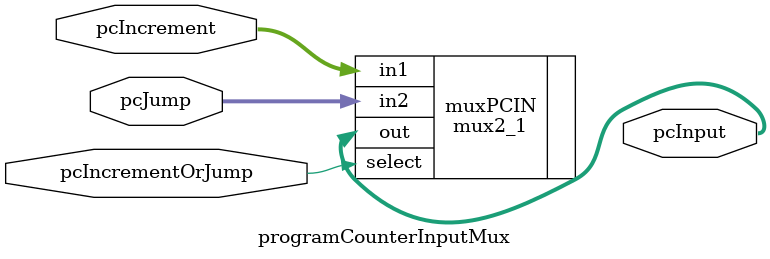
<source format=sv>
`include "../../Mux2_1/mux2_1.sv"

module programCounterInputMux (
    input  logic [31:0] pcIncrement,
    input  logic [31:0] pcJump,
    input  logic 		pcIncrementOrJump,
    output logic [31:0] pcInput
);

    mux2_1 muxPCIN (
        .in1(pcIncrement),
        .in2(pcJump),
        .select(pcIncrementOrJump),
        .out(pcInput)
    );

endmodule
</source>
